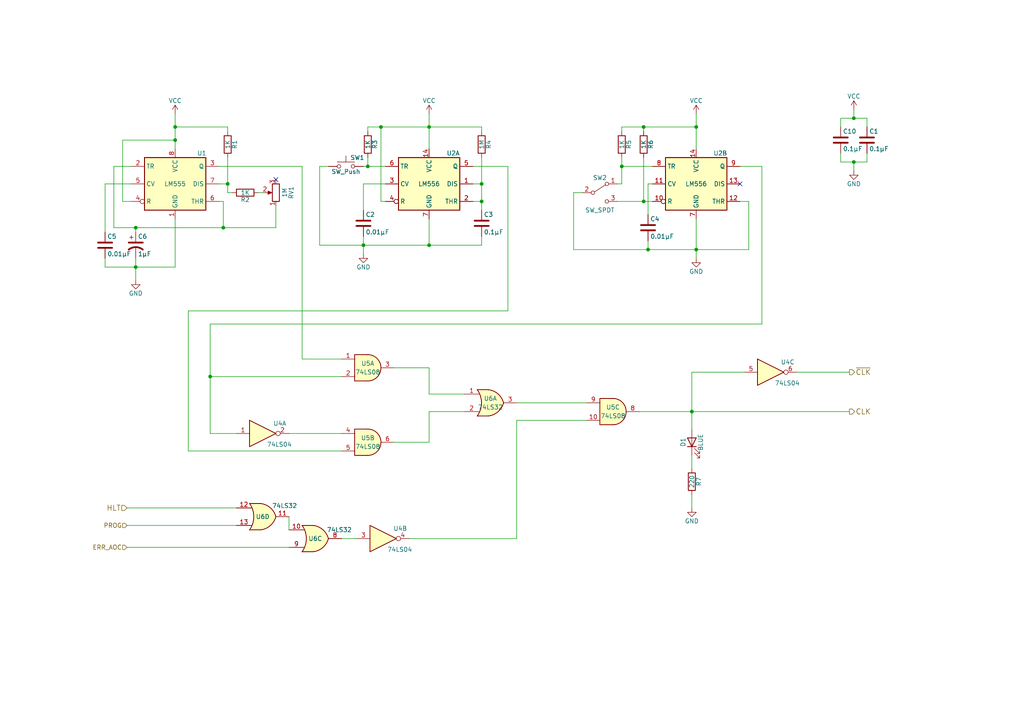
<source format=kicad_sch>
(kicad_sch (version 20211123) (generator eeschema)
  (paper "A4")
  (title_block (title "Clock Module with Error Halt"))
  (lib_symbols
    (symbol "74xx:74LS04"
      (property "Reference" "U" (at 0 1.27 0))
      (property "Value" "74LS04" (at 0 -1.27 0))
      (symbol "74LS04_1_0"
        (polyline (pts (xy -3.81 3.81) (xy -3.81 -3.81) (xy 3.81 0) (xy -3.81 3.81)) (stroke (width 0.254)) (fill (type background)))
        (pin input line (at -7.62 0 0) (length 3.81) (name "~") (number "1"))
        (pin output inverted (at 7.62 0 180) (length 3.81) (name "~") (number "2"))
      )
      (symbol "74LS04_2_0"
        (polyline (pts (xy -3.81 3.81) (xy -3.81 -3.81) (xy 3.81 0) (xy -3.81 3.81)) (stroke (width 0.254)) (fill (type background)))
        (pin input line (at -7.62 0 0) (length 3.81) (name "~") (number "3"))
        (pin output inverted (at 7.62 0 180) (length 3.81) (name "~") (number "4"))
      )
      (symbol "74LS04_3_0"
        (polyline (pts (xy -3.81 3.81) (xy -3.81 -3.81) (xy 3.81 0) (xy -3.81 3.81)) (stroke (width 0.254)) (fill (type background)))
        (pin input line (at -7.62 0 0) (length 3.81) (name "~") (number "5"))
        (pin output inverted (at 7.62 0 180) (length 3.81) (name "~") (number "6"))
      )
      (symbol "74LS04_4_0"
        (polyline (pts (xy -3.81 3.81) (xy -3.81 -3.81) (xy 3.81 0) (xy -3.81 3.81)) (stroke (width 0.254)) (fill (type background)))
        (pin output inverted (at 7.62 0 180) (length 3.81) (name "~") (number "8"))
        (pin input line (at -7.62 0 0) (length 3.81) (name "~") (number "9"))
      )
      (symbol "74LS04_5_0"
        (polyline (pts (xy -3.81 3.81) (xy -3.81 -3.81) (xy 3.81 0) (xy -3.81 3.81)) (stroke (width 0.254)) (fill (type background)))
        (pin output inverted (at 7.62 0 180) (length 3.81) (name "~") (number "10"))
        (pin input line (at -7.62 0 0) (length 3.81) (name "~") (number "11"))
      )
      (symbol "74LS04_6_0"
        (polyline (pts (xy -3.81 3.81) (xy -3.81 -3.81) (xy 3.81 0) (xy -3.81 3.81)) (stroke (width 0.254)) (fill (type background)))
        (pin output inverted (at 7.62 0 180) (length 3.81) (name "~") (number "12"))
        (pin input line (at -7.62 0 0) (length 3.81) (name "~") (number "13"))
      )
      (symbol "74LS04_7_0"
        (pin power_in line (at 0 12.7 270) (length 5.08) (name "VCC") (number "14"))
        (pin power_in line (at 0 -12.7 90) (length 5.08) (name "GND") (number "7"))
      )
      (symbol "74LS04_7_1"
        (rectangle (start -5.08 7.62) (end 5.08 -7.62) (stroke (width 0.254)) (fill (type background)))
      )
    )
    (symbol "74xx:74LS08" (pin_names (offset 1.016))
      (property "Reference" "U" (at 0 1.27 0))
      (property "Value" "74LS08" (at 0 -1.27 0))
      (symbol "74LS08_1_1"
        (arc (start 0 -3.81) (mid 3.81 0) (end 0 3.81) (stroke (width 0.254)) (fill (type background)))
        (polyline (pts (xy 0 3.81) (xy -3.81 3.81) (xy -3.81 -3.81) (xy 0 -3.81)) (stroke (width 0.254)) (fill (type background)))
        (pin input line (at -7.62 2.54 0) (length 3.81) (name "~") (number "1"))
        (pin input line (at -7.62 -2.54 0) (length 3.81) (name "~") (number "2"))
        (pin output line (at 7.62 0 180) (length 3.81) (name "~") (number "3"))
      )
      (symbol "74LS08_1_2"
        (arc (start -3.81 -3.81) (mid -2.589 0) (end -3.81 3.81) (stroke (width 0.254)))
        (arc (start -0.6096 -3.81) (mid 2.1842 -2.5851) (end 3.81 0) (stroke (width 0.254)) (fill (type background)))
        (polyline (pts (xy -3.81 -3.81) (xy -0.635 -3.81)) (stroke (width 0.254)) (fill (type background)))
        (polyline (pts (xy -3.81 3.81) (xy -0.635 3.81)) (stroke (width 0.254)) (fill (type background)))
        (polyline (pts (xy -0.635 3.81) (xy -3.81 3.81) (xy -3.81 3.81) (xy -3.556 3.4036) (xy -3.0226 2.2606) (xy -2.6924 1.0414) (xy -2.6162 -0.254) (xy -2.7686 -1.4986) (xy -3.175 -2.7178) (xy -3.81 -3.81) (xy -3.81 -3.81) (xy -0.635 -3.81)) (stroke (width -25.4)) (fill (type background)))
        (arc (start 3.81 0) (mid 2.1915 2.5936) (end -0.6096 3.81) (stroke (width 0.254)) (fill (type background)))
        (pin input inverted (at -7.62 2.54 0) (length 4.318) (name "~") (number "1"))
        (pin input inverted (at -7.62 -2.54 0) (length 4.318) (name "~") (number "2"))
        (pin output inverted (at 7.62 0 180) (length 3.81) (name "~") (number "3"))
      )
      (symbol "74LS08_2_1"
        (arc (start 0 -3.81) (mid 3.81 0) (end 0 3.81) (stroke (width 0.254)) (fill (type background)))
        (polyline (pts (xy 0 3.81) (xy -3.81 3.81) (xy -3.81 -3.81) (xy 0 -3.81)) (stroke (width 0.254)) (fill (type background)))
        (pin input line (at -7.62 2.54 0) (length 3.81) (name "~") (number "4"))
        (pin input line (at -7.62 -2.54 0) (length 3.81) (name "~") (number "5"))
        (pin output line (at 7.62 0 180) (length 3.81) (name "~") (number "6"))
      )
      (symbol "74LS08_2_2"
        (arc (start -3.81 -3.81) (mid -2.589 0) (end -3.81 3.81) (stroke (width 0.254)))
        (arc (start -0.6096 -3.81) (mid 2.1842 -2.5851) (end 3.81 0) (stroke (width 0.254)) (fill (type background)))
        (polyline (pts (xy -3.81 -3.81) (xy -0.635 -3.81)) (stroke (width 0.254)) (fill (type background)))
        (polyline (pts (xy -3.81 3.81) (xy -0.635 3.81)) (stroke (width 0.254)) (fill (type background)))
        (polyline (pts (xy -0.635 3.81) (xy -3.81 3.81) (xy -3.81 3.81) (xy -3.556 3.4036) (xy -3.0226 2.2606) (xy -2.6924 1.0414) (xy -2.6162 -0.254) (xy -2.7686 -1.4986) (xy -3.175 -2.7178) (xy -3.81 -3.81) (xy -3.81 -3.81) (xy -0.635 -3.81)) (stroke (width -25.4)) (fill (type background)))
        (arc (start 3.81 0) (mid 2.1915 2.5936) (end -0.6096 3.81) (stroke (width 0.254)) (fill (type background)))
        (pin input inverted (at -7.62 2.54 0) (length 4.318) (name "~") (number "4"))
        (pin input inverted (at -7.62 -2.54 0) (length 4.318) (name "~") (number "5"))
        (pin output inverted (at 7.62 0 180) (length 3.81) (name "~") (number "6"))
      )
      (symbol "74LS08_3_1"
        (arc (start 0 -3.81) (mid 3.81 0) (end 0 3.81) (stroke (width 0.254)) (fill (type background)))
        (polyline (pts (xy 0 3.81) (xy -3.81 3.81) (xy -3.81 -3.81) (xy 0 -3.81)) (stroke (width 0.254)) (fill (type background)))
        (pin input line (at -7.62 -2.54 0) (length 3.81) (name "~") (number "10"))
        (pin output line (at 7.62 0 180) (length 3.81) (name "~") (number "8"))
        (pin input line (at -7.62 2.54 0) (length 3.81) (name "~") (number "9"))
      )
      (symbol "74LS08_3_2"
        (arc (start -3.81 -3.81) (mid -2.589 0) (end -3.81 3.81) (stroke (width 0.254)))
        (arc (start -0.6096 -3.81) (mid 2.1842 -2.5851) (end 3.81 0) (stroke (width 0.254)) (fill (type background)))
        (polyline (pts (xy -3.81 -3.81) (xy -0.635 -3.81)) (stroke (width 0.254)) (fill (type background)))
        (polyline (pts (xy -3.81 3.81) (xy -0.635 3.81)) (stroke (width 0.254)) (fill (type background)))
        (polyline (pts (xy -0.635 3.81) (xy -3.81 3.81) (xy -3.81 3.81) (xy -3.556 3.4036) (xy -3.0226 2.2606) (xy -2.6924 1.0414) (xy -2.6162 -0.254) (xy -2.7686 -1.4986) (xy -3.175 -2.7178) (xy -3.81 -3.81) (xy -3.81 -3.81) (xy -0.635 -3.81)) (stroke (width -25.4)) (fill (type background)))
        (arc (start 3.81 0) (mid 2.1915 2.5936) (end -0.6096 3.81) (stroke (width 0.254)) (fill (type background)))
        (pin input inverted (at -7.62 -2.54 0) (length 4.318) (name "~") (number "10"))
        (pin output inverted (at 7.62 0 180) (length 3.81) (name "~") (number "8"))
        (pin input inverted (at -7.62 2.54 0) (length 4.318) (name "~") (number "9"))
      )
      (symbol "74LS08_4_1"
        (arc (start 0 -3.81) (mid 3.81 0) (end 0 3.81) (stroke (width 0.254)) (fill (type background)))
        (polyline (pts (xy 0 3.81) (xy -3.81 3.81) (xy -3.81 -3.81) (xy 0 -3.81)) (stroke (width 0.254)) (fill (type background)))
        (pin output line (at 7.62 0 180) (length 3.81) (name "~") (number "11"))
        (pin input line (at -7.62 2.54 0) (length 3.81) (name "~") (number "12"))
        (pin input line (at -7.62 -2.54 0) (length 3.81) (name "~") (number "13"))
      )
      (symbol "74LS08_4_2"
        (arc (start -3.81 -3.81) (mid -2.589 0) (end -3.81 3.81) (stroke (width 0.254)))
        (arc (start -0.6096 -3.81) (mid 2.1842 -2.5851) (end 3.81 0) (stroke (width 0.254)) (fill (type background)))
        (polyline (pts (xy -3.81 -3.81) (xy -0.635 -3.81)) (stroke (width 0.254)) (fill (type background)))
        (polyline (pts (xy -3.81 3.81) (xy -0.635 3.81)) (stroke (width 0.254)) (fill (type background)))
        (polyline (pts (xy -0.635 3.81) (xy -3.81 3.81) (xy -3.81 3.81) (xy -3.556 3.4036) (xy -3.0226 2.2606) (xy -2.6924 1.0414) (xy -2.6162 -0.254) (xy -2.7686 -1.4986) (xy -3.175 -2.7178) (xy -3.81 -3.81) (xy -3.81 -3.81) (xy -0.635 -3.81)) (stroke (width -25.4)) (fill (type background)))
        (arc (start 3.81 0) (mid 2.1915 2.5936) (end -0.6096 3.81) (stroke (width 0.254)) (fill (type background)))
        (pin output inverted (at 7.62 0 180) (length 3.81) (name "~") (number "11"))
        (pin input inverted (at -7.62 2.54 0) (length 4.318) (name "~") (number "12"))
        (pin input inverted (at -7.62 -2.54 0) (length 4.318) (name "~") (number "13"))
      )
      (symbol "74LS08_5_0"
        (pin power_in line (at 0 12.7 270) (length 5.08) (name "VCC") (number "14"))
        (pin power_in line (at 0 -12.7 90) (length 5.08) (name "GND") (number "7"))
      )
      (symbol "74LS08_5_1"
        (rectangle (start -5.08 7.62) (end 5.08 -7.62) (stroke (width 0.254)) (fill (type background)))
      )
    )
    (symbol "74xx:74LS32" (pin_names (offset 1.016))
      (property "Reference" "U" (at 0 1.27 0))
      (property "Value" "74LS32" (at 0 -1.27 0))
      (symbol "74LS32_1_1"
        (arc (start -3.81 -3.81) (mid -2.589 0) (end -3.81 3.81) (stroke (width 0.254)))
        (arc (start -0.6096 -3.81) (mid 2.1842 -2.5851) (end 3.81 0) (stroke (width 0.254)) (fill (type background)))
        (polyline (pts (xy -3.81 -3.81) (xy -0.635 -3.81)) (stroke (width 0.254)) (fill (type background)))
        (polyline (pts (xy -3.81 3.81) (xy -0.635 3.81)) (stroke (width 0.254)) (fill (type background)))
        (polyline (pts (xy -0.635 3.81) (xy -3.81 3.81) (xy -3.81 3.81) (xy -3.556 3.4036) (xy -3.0226 2.2606) (xy -2.6924 1.0414) (xy -2.6162 -0.254) (xy -2.7686 -1.4986) (xy -3.175 -2.7178) (xy -3.81 -3.81) (xy -3.81 -3.81) (xy -0.635 -3.81)) (stroke (width -25.4)) (fill (type background)))
        (arc (start 3.81 0) (mid 2.1915 2.5936) (end -0.6096 3.81) (stroke (width 0.254)) (fill (type background)))
        (pin input line (at -7.62 2.54 0) (length 4.318) (name "~") (number "1"))
        (pin input line (at -7.62 -2.54 0) (length 4.318) (name "~") (number "2"))
        (pin output line (at 7.62 0 180) (length 3.81) (name "~") (number "3"))
      )
      (symbol "74LS32_1_2"
        (arc (start 0 -3.81) (mid 3.81 0) (end 0 3.81) (stroke (width 0.254)) (fill (type background)))
        (polyline (pts (xy 0 3.81) (xy -3.81 3.81) (xy -3.81 -3.81) (xy 0 -3.81)) (stroke (width 0.254)) (fill (type background)))
        (pin input inverted (at -7.62 2.54 0) (length 3.81) (name "~") (number "1"))
        (pin input inverted (at -7.62 -2.54 0) (length 3.81) (name "~") (number "2"))
        (pin output inverted (at 7.62 0 180) (length 3.81) (name "~") (number "3"))
      )
      (symbol "74LS32_2_1"
        (arc (start -3.81 -3.81) (mid -2.589 0) (end -3.81 3.81) (stroke (width 0.254)))
        (arc (start -0.6096 -3.81) (mid 2.1842 -2.5851) (end 3.81 0) (stroke (width 0.254)) (fill (type background)))
        (polyline (pts (xy -3.81 -3.81) (xy -0.635 -3.81)) (stroke (width 0.254)) (fill (type background)))
        (polyline (pts (xy -3.81 3.81) (xy -0.635 3.81)) (stroke (width 0.254)) (fill (type background)))
        (polyline (pts (xy -0.635 3.81) (xy -3.81 3.81) (xy -3.81 3.81) (xy -3.556 3.4036) (xy -3.0226 2.2606) (xy -2.6924 1.0414) (xy -2.6162 -0.254) (xy -2.7686 -1.4986) (xy -3.175 -2.7178) (xy -3.81 -3.81) (xy -3.81 -3.81) (xy -0.635 -3.81)) (stroke (width -25.4)) (fill (type background)))
        (arc (start 3.81 0) (mid 2.1915 2.5936) (end -0.6096 3.81) (stroke (width 0.254)) (fill (type background)))
        (pin input line (at -7.62 2.54 0) (length 4.318) (name "~") (number "4"))
        (pin input line (at -7.62 -2.54 0) (length 4.318) (name "~") (number "5"))
        (pin output line (at 7.62 0 180) (length 3.81) (name "~") (number "6"))
      )
      (symbol "74LS32_2_2"
        (arc (start 0 -3.81) (mid 3.81 0) (end 0 3.81) (stroke (width 0.254)) (fill (type background)))
        (polyline (pts (xy 0 3.81) (xy -3.81 3.81) (xy -3.81 -3.81) (xy 0 -3.81)) (stroke (width 0.254)) (fill (type background)))
        (pin input inverted (at -7.62 2.54 0) (length 3.81) (name "~") (number "4"))
        (pin input inverted (at -7.62 -2.54 0) (length 3.81) (name "~") (number "5"))
        (pin output inverted (at 7.62 0 180) (length 3.81) (name "~") (number "6"))
      )
      (symbol "74LS32_3_1"
        (arc (start -3.81 -3.81) (mid -2.589 0) (end -3.81 3.81) (stroke (width 0.254)))
        (arc (start -0.6096 -3.81) (mid 2.1842 -2.5851) (end 3.81 0) (stroke (width 0.254)) (fill (type background)))
        (polyline (pts (xy -3.81 -3.81) (xy -0.635 -3.81)) (stroke (width 0.254)) (fill (type background)))
        (polyline (pts (xy -3.81 3.81) (xy -0.635 3.81)) (stroke (width 0.254)) (fill (type background)))
        (polyline (pts (xy -0.635 3.81) (xy -3.81 3.81) (xy -3.81 3.81) (xy -3.556 3.4036) (xy -3.0226 2.2606) (xy -2.6924 1.0414) (xy -2.6162 -0.254) (xy -2.7686 -1.4986) (xy -3.175 -2.7178) (xy -3.81 -3.81) (xy -3.81 -3.81) (xy -0.635 -3.81)) (stroke (width -25.4)) (fill (type background)))
        (arc (start 3.81 0) (mid 2.1915 2.5936) (end -0.6096 3.81) (stroke (width 0.254)) (fill (type background)))
        (pin input line (at -7.62 -2.54 0) (length 4.318) (name "~") (number "10"))
        (pin output line (at 7.62 0 180) (length 3.81) (name "~") (number "8"))
        (pin input line (at -7.62 2.54 0) (length 4.318) (name "~") (number "9"))
      )
      (symbol "74LS32_3_2"
        (arc (start 0 -3.81) (mid 3.81 0) (end 0 3.81) (stroke (width 0.254)) (fill (type background)))
        (polyline (pts (xy 0 3.81) (xy -3.81 3.81) (xy -3.81 -3.81) (xy 0 -3.81)) (stroke (width 0.254)) (fill (type background)))
        (pin input inverted (at -7.62 -2.54 0) (length 3.81) (name "~") (number "10"))
        (pin output inverted (at 7.62 0 180) (length 3.81) (name "~") (number "8"))
        (pin input inverted (at -7.62 2.54 0) (length 3.81) (name "~") (number "9"))
      )
      (symbol "74LS32_4_1"
        (arc (start -3.81 -3.81) (mid -2.589 0) (end -3.81 3.81) (stroke (width 0.254)))
        (arc (start -0.6096 -3.81) (mid 2.1842 -2.5851) (end 3.81 0) (stroke (width 0.254)) (fill (type background)))
        (polyline (pts (xy -3.81 -3.81) (xy -0.635 -3.81)) (stroke (width 0.254)) (fill (type background)))
        (polyline (pts (xy -3.81 3.81) (xy -0.635 3.81)) (stroke (width 0.254)) (fill (type background)))
        (polyline (pts (xy -0.635 3.81) (xy -3.81 3.81) (xy -3.81 3.81) (xy -3.556 3.4036) (xy -3.0226 2.2606) (xy -2.6924 1.0414) (xy -2.6162 -0.254) (xy -2.7686 -1.4986) (xy -3.175 -2.7178) (xy -3.81 -3.81) (xy -3.81 -3.81) (xy -0.635 -3.81)) (stroke (width -25.4)) (fill (type background)))
        (arc (start 3.81 0) (mid 2.1915 2.5936) (end -0.6096 3.81) (stroke (width 0.254)) (fill (type background)))
        (pin output line (at 7.62 0 180) (length 3.81) (name "~") (number "11"))
        (pin input line (at -7.62 2.54 0) (length 4.318) (name "~") (number "12"))
        (pin input line (at -7.62 -2.54 0) (length 4.318) (name "~") (number "13"))
      )
      (symbol "74LS32_4_2"
        (arc (start 0 -3.81) (mid 3.81 0) (end 0 3.81) (stroke (width 0.254)) (fill (type background)))
        (polyline (pts (xy 0 3.81) (xy -3.81 3.81) (xy -3.81 -3.81) (xy 0 -3.81)) (stroke (width 0.254)) (fill (type background)))
        (pin output inverted (at 7.62 0 180) (length 3.81) (name "~") (number "11"))
        (pin input inverted (at -7.62 2.54 0) (length 3.81) (name "~") (number "12"))
        (pin input inverted (at -7.62 -2.54 0) (length 3.81) (name "~") (number "13"))
      )
      (symbol "74LS32_5_0"
        (pin power_in line (at 0 12.7 270) (length 5.08) (name "VCC") (number "14"))
        (pin power_in line (at 0 -12.7 90) (length 5.08) (name "GND") (number "7"))
      )
      (symbol "74LS32_5_1"
        (rectangle (start -5.08 7.62) (end 5.08 -7.62) (stroke (width 0.254)) (fill (type background)))
      )
    )
    (symbol "Device:C" (pin_numbers hide) (pin_names (offset 0.254))
      (property "Reference" "C" (at 0.635 2.54 0))
      (property "Value" "C" (at 0.635 -2.54 0))
      (symbol "C_0_1"
        (polyline (pts (xy -2.032 -0.762) (xy 2.032 -0.762)) (stroke (width 0.508)))
        (polyline (pts (xy -2.032 0.762) (xy 2.032 0.762)) (stroke (width 0.508)))
      )
      (symbol "C_1_1"
        (pin passive line (at 0 3.81 270) (length 2.794) (name "~") (number "1"))
        (pin passive line (at 0 -3.81 90) (length 2.794) (name "~") (number "2"))
      )
    )
    (symbol "Device:C_Polarized_US" (pin_numbers hide) (pin_names (offset 0.254) hide)
      (property "Reference" "C" (at 0.635 2.54 0))
      (property "Value" "C_Polarized_US" (at 0.635 -2.54 0))
      (symbol "C_Polarized_US_0_1"
        (polyline (pts (xy -2.032 0.762) (xy 2.032 0.762)) (stroke (width 0.508)))
        (polyline (pts (xy -1.778 2.286) (xy -0.762 2.286)))
        (polyline (pts (xy -1.27 1.778) (xy -1.27 2.794)))
        (arc (start 2.032 -1.27) (mid 0 -0.5572) (end -2.032 -1.27) (stroke (width 0.508)))
      )
      (symbol "C_Polarized_US_1_1"
        (pin passive line (at 0 3.81 270) (length 2.794) (name "~") (number "1"))
        (pin passive line (at 0 -3.81 90) (length 3.302) (name "~") (number "2"))
      )
    )
    (symbol "Device:LED" (pin_numbers hide) (pin_names (offset 1.016) hide)
      (property "Reference" "D" (at 0 2.54 0))
      (property "Value" "LED" (at 0 -2.54 0))
      (symbol "LED_0_1"
        (polyline (pts (xy -1.27 -1.27) (xy -1.27 1.27)) (stroke (width 0.254)))
        (polyline (pts (xy -1.27 0) (xy 1.27 0)))
        (polyline (pts (xy 1.27 -1.27) (xy 1.27 1.27) (xy -1.27 0) (xy 1.27 -1.27)) (stroke (width 0.254)))
        (polyline (pts (xy -3.048 -0.762) (xy -4.572 -2.286) (xy -3.81 -2.286) (xy -4.572 -2.286) (xy -4.572 -1.524)))
        (polyline (pts (xy -1.778 -0.762) (xy -3.302 -2.286) (xy -2.54 -2.286) (xy -3.302 -2.286) (xy -3.302 -1.524)))
      )
      (symbol "LED_1_1"
        (pin passive line (at -3.81 0 0) (length 2.54) (name "K") (number "1"))
        (pin passive line (at 3.81 0 180) (length 2.54) (name "A") (number "2"))
      )
    )
    (symbol "Device:R" (pin_numbers hide) (pin_names (offset 0))
      (property "Reference" "R" (at 2.032 0 90))
      (property "Value" "R" (at 0 0 90))
      (symbol "R_0_1"
        (rectangle (start -1.016 -2.54) (end 1.016 2.54) (stroke (width 0.254)))
      )
      (symbol "R_1_1"
        (pin passive line (at 0 3.81 270) (length 1.27) (name "~") (number "1"))
        (pin passive line (at 0 -3.81 90) (length 1.27) (name "~") (number "2"))
      )
    )
    (symbol "Device:R_Potentiometer" (pin_names (offset 1.016) hide)
      (property "Reference" "RV" (at -4.445 0 90))
      (property "Value" "R_Potentiometer" (at -2.54 0 90))
      (symbol "R_Potentiometer_0_1"
        (polyline (pts (xy 2.54 0) (xy 1.524 0)))
        (polyline (pts (xy 1.143 0) (xy 2.286 0.508) (xy 2.286 -0.508) (xy 1.143 0)) (fill (type outline)))
        (rectangle (start 1.016 2.54) (end -1.016 -2.54) (stroke (width 0.254)))
      )
      (symbol "R_Potentiometer_1_1"
        (pin passive line (at 0 3.81 270) (length 1.27) (name "1") (number "1"))
        (pin passive line (at 3.81 0 180) (length 1.27) (name "2") (number "2"))
        (pin passive line (at 0 -3.81 90) (length 1.27) (name "3") (number "3"))
      )
    )
    (symbol "Switch:SW_Push" (pin_numbers hide) (pin_names (offset 1.016) hide)
      (property "Reference" "SW" (at 1.27 2.54 0))
      (property "Value" "SW_Push" (at 0 -1.524 0))
      (symbol "SW_Push_0_1"
        (circle (center -2.032 0) (radius 0.508))
        (polyline (pts (xy 0 1.27) (xy 0 3.048)))
        (polyline (pts (xy 2.54 1.27) (xy -2.54 1.27)))
        (circle (center 2.032 0) (radius 0.508))
        (pin passive line (at -5.08 0 0) (length 2.54) (name "1") (number "1"))
        (pin passive line (at 5.08 0 180) (length 2.54) (name "2") (number "2"))
      )
    )
    (symbol "Switch:SW_SPDT" (pin_names (offset 0) hide)
      (property "Reference" "SW" (at 0 4.318 0))
      (property "Value" "SW_SPDT" (at 0 -5.08 0))
      (symbol "SW_SPDT_0_0"
        (circle (center -2.032 0) (radius 0.508))
        (circle (center 2.032 -2.54) (radius 0.508))
      )
      (symbol "SW_SPDT_0_1"
        (polyline (pts (xy -1.524 0.254) (xy 1.651 2.286)))
        (circle (center 2.032 2.54) (radius 0.508))
      )
      (symbol "SW_SPDT_1_1"
        (pin passive line (at 5.08 2.54 180) (length 2.54) (name "A") (number "1"))
        (pin passive line (at -5.08 0 0) (length 2.54) (name "B") (number "2"))
        (pin passive line (at 5.08 -2.54 180) (length 2.54) (name "C") (number "3"))
      )
    )
    (symbol "Timer:LM555xN"
      (property "Reference" "U" (at -10.16 8.89 0))
      (property "Value" "LM555xN" (at 2.54 8.89 0))
      (symbol "LM555xN_0_0"
        (pin power_in line (at 0 -10.16 90) (length 2.54) (name "GND") (number "1"))
        (pin power_in line (at 0 10.16 270) (length 2.54) (name "VCC") (number "8"))
      )
      (symbol "LM555xN_0_1"
        (rectangle (start -8.89 -7.62) (end 8.89 7.62) (stroke (width 0.254)) (fill (type background)))
        (rectangle (start -8.89 -7.62) (end 8.89 7.62) (stroke (width 0.254)) (fill (type background)))
      )
      (symbol "LM555xN_1_1"
        (pin input line (at -12.7 5.08 0) (length 3.81) (name "TR") (number "2"))
        (pin output line (at 12.7 5.08 180) (length 3.81) (name "Q") (number "3"))
        (pin input inverted (at -12.7 -5.08 0) (length 3.81) (name "R") (number "4"))
        (pin input line (at -12.7 0 0) (length 3.81) (name "CV") (number "5"))
        (pin input line (at 12.7 -5.08 180) (length 3.81) (name "THR") (number "6"))
        (pin input line (at 12.7 0 180) (length 3.81) (name "DIS") (number "7"))
      )
    )
    (symbol "Timer:LM556"
      (property "Reference" "U" (at -10.16 8.89 0))
      (property "Value" "LM556" (at -10.16 -8.89 0))
      (symbol "LM556_0_0"
        (pin power_in line (at 0 10.16 270) (length 2.54) (name "VCC") (number "14"))
        (pin power_in line (at 0 -10.16 90) (length 2.54) (name "GND") (number "7"))
      )
      (symbol "LM556_0_1"
        (rectangle (start -8.89 -7.62) (end 8.89 7.62) (stroke (width 0.254)) (fill (type background)))
        (rectangle (start -8.89 -7.62) (end 8.89 7.62) (stroke (width 0.254)) (fill (type background)))
      )
      (symbol "LM556_1_1"
        (pin input line (at 12.7 0 180) (length 3.81) (name "DIS") (number "1"))
        (pin input line (at 12.7 -5.08 180) (length 3.81) (name "THR") (number "2"))
        (pin input line (at -12.7 0 0) (length 3.81) (name "CV") (number "3"))
        (pin input inverted (at -12.7 -5.08 0) (length 3.81) (name "R") (number "4"))
        (pin output line (at 12.7 5.08 180) (length 3.81) (name "Q") (number "5"))
        (pin input line (at -12.7 5.08 0) (length 3.81) (name "TR") (number "6"))
      )
      (symbol "LM556_2_1"
        (pin input inverted (at -12.7 -5.08 0) (length 3.81) (name "R") (number "10"))
        (pin input line (at -12.7 0 0) (length 3.81) (name "CV") (number "11"))
        (pin input line (at 12.7 -5.08 180) (length 3.81) (name "THR") (number "12"))
        (pin input line (at 12.7 0 180) (length 3.81) (name "DIS") (number "13"))
        (pin input line (at -12.7 5.08 0) (length 3.81) (name "TR") (number "8"))
        (pin output line (at 12.7 5.08 180) (length 3.81) (name "Q") (number "9"))
      )
    )
    (symbol "power:GND" (power) (pin_names (offset 0))
      (property "Value" "GND" (at 0 -3.81 0))
      (symbol "GND_0_1"
        (polyline (pts (xy 0 0) (xy 0 -1.27) (xy 1.27 -1.27) (xy 0 -2.54) (xy -1.27 -1.27) (xy 0 -1.27)))
      )
      (symbol "GND_1_1"
        (pin power_in line (at 0 0 270) (length 0) hide (name "GND") (number "1"))
      )
    )
    (symbol "power:VCC" (power) (pin_names (offset 0))
      (property "Value" "VCC" (at 0 3.81 0))
      (symbol "VCC_0_1"
        (polyline (pts (xy -0.762 1.27) (xy 0 2.54)))
        (polyline (pts (xy 0 0) (xy 0 2.54)))
        (polyline (pts (xy 0 2.54) (xy 0.762 1.27)))
      )
      (symbol "VCC_1_1"
        (pin power_in line (at 0 0 90) (length 0) hide (name "VCC") (number "1"))
      )
    )
  )
  (junction (at 50.8 36.83))
  (junction (at 186.69 36.83))
  (junction (at 180.34 48.26))
  (junction (at 201.93 36.83))
  (junction (at 106.68 48.26))
  (junction (at 124.46 71.12))
  (junction (at 39.37 66.04))
  (junction (at 201.93 72.39))
  (junction (at 186.69 58.42))
  (junction (at 50.8 40.64))
  (junction (at 66.04 53.34))
  (junction (at 39.37 77.47))
  (junction (at 139.7 58.42))
  (junction (at 110.49 36.83))
  (junction (at 187.96 72.39))
  (junction (at 64.77 66.04))
  (junction (at 200.66 119.38))
  (junction (at 247.65 34.29))
  (junction (at 139.7 53.34))
  (junction (at 105.41 71.12))
  (junction (at 60.96 109.22))
  (junction (at 124.46 36.83))
  (junction (at 247.65 46.99))
  (no_connect (at 80.01 52.07))
  (no_connect (at 214.63 53.34))
  (wire (pts (xy 243.84 34.29) (xy 247.65 34.29)))
  (wire (pts (xy 33.02 48.26) (xy 33.02 66.04)))
  (wire (pts (xy 149.86 116.84) (xy 170.18 116.84)))
  (wire (pts (xy 147.32 90.17) (xy 54.61 90.17)))
  (wire (pts (xy 201.93 72.39) (xy 201.93 74.93)))
  (wire (pts (xy 50.8 40.64) (xy 50.8 43.18)))
  (wire (pts (xy 95.25 48.26) (xy 92.71 48.26)))
  (wire (pts (xy 139.7 45.72) (xy 139.7 53.34)))
  (wire (pts (xy 220.98 48.26) (xy 214.63 48.26)))
  (wire (pts (xy 124.46 36.83) (xy 124.46 43.18)))
  (wire (pts (xy 124.46 36.83) (xy 139.7 36.83)))
  (wire (pts (xy 180.34 48.26) (xy 189.23 48.26)))
  (wire (pts (xy 179.07 58.42) (xy 186.69 58.42)))
  (wire (pts (xy 200.66 147.32) (xy 200.66 143.51)))
  (wire (pts (xy 217.17 72.39) (xy 217.17 58.42)))
  (wire (pts (xy 200.66 107.95) (xy 215.9 107.95)))
  (wire (pts (xy 87.63 48.26) (xy 87.63 104.14)))
  (wire (pts (xy 231.14 107.95) (xy 246.38 107.95)))
  (wire (pts (xy 114.3 128.27) (xy 124.46 128.27)))
  (wire (pts (xy 201.93 63.5) (xy 201.93 72.39)))
  (wire (pts (xy 39.37 66.04) (xy 64.77 66.04)))
  (wire (pts (xy 166.37 55.88) (xy 166.37 72.39)))
  (wire (pts (xy 38.1 53.34) (xy 30.48 53.34)))
  (wire (pts (xy 147.32 48.26) (xy 147.32 90.17)))
  (wire (pts (xy 139.7 58.42) (xy 139.7 60.96)))
  (wire (pts (xy 66.04 53.34) (xy 66.04 55.88)))
  (wire (pts (xy 111.76 53.34) (xy 105.41 53.34)))
  (wire (pts (xy 54.61 90.17) (xy 54.61 130.81)))
  (wire (pts (xy 118.745 156.21) (xy 149.86 156.21)))
  (wire (pts (xy 139.7 53.34) (xy 139.7 58.42)))
  (wire (pts (xy 74.93 55.88) (xy 76.2 55.88)))
  (wire (pts (xy 201.93 72.39) (xy 217.17 72.39)))
  (wire (pts (xy 220.98 93.98) (xy 220.98 48.26)))
  (wire (pts (xy 185.42 119.38) (xy 200.66 119.38)))
  (wire (pts (xy 66.04 45.72) (xy 66.04 53.34)))
  (wire (pts (xy 137.16 48.26) (xy 147.32 48.26)))
  (wire (pts (xy 33.02 66.04) (xy 39.37 66.04)))
  (wire (pts (xy 139.7 58.42) (xy 137.16 58.42)))
  (wire (pts (xy 30.48 77.47) (xy 39.37 77.47)))
  (wire (pts (xy 247.65 49.53) (xy 247.65 46.99)))
  (wire (pts (xy 105.41 71.12) (xy 124.46 71.12)))
  (wire (pts (xy 124.46 119.38) (xy 134.62 119.38)))
  (wire (pts (xy 60.96 125.73) (xy 68.58 125.73)))
  (wire (pts (xy 180.34 36.83) (xy 186.69 36.83)))
  (wire (pts (xy 200.66 107.95) (xy 200.66 119.38)))
  (wire (pts (xy 64.77 58.42) (xy 63.5 58.42)))
  (wire (pts (xy 180.34 38.1) (xy 180.34 36.83)))
  (wire (pts (xy 186.69 58.42) (xy 189.23 58.42)))
  (wire (pts (xy 247.65 46.99) (xy 251.46 46.99)))
  (wire (pts (xy 110.49 58.42) (xy 110.49 36.83)))
  (wire (pts (xy 166.37 72.39) (xy 187.96 72.39)))
  (wire (pts (xy 105.41 53.34) (xy 105.41 60.96)))
  (wire (pts (xy 106.68 36.83) (xy 110.49 36.83)))
  (wire (pts (xy 60.96 93.98) (xy 60.96 109.22)))
  (wire (pts (xy 38.1 58.42) (xy 35.56 58.42)))
  (wire (pts (xy 186.69 36.83) (xy 201.93 36.83)))
  (wire (pts (xy 139.7 71.12) (xy 139.7 68.58)))
  (wire (pts (xy 186.69 38.1) (xy 186.69 36.83)))
  (wire (pts (xy 105.41 71.12) (xy 105.41 73.66)))
  (wire (pts (xy 124.46 119.38) (xy 124.46 128.27)))
  (wire (pts (xy 124.46 106.68) (xy 124.46 114.3)))
  (wire (pts (xy 243.84 36.83) (xy 243.84 34.29)))
  (wire (pts (xy 36.83 158.75) (xy 83.82 158.75)))
  (wire (pts (xy 149.86 156.21) (xy 149.86 121.92)))
  (wire (pts (xy 187.96 53.34) (xy 187.96 62.23)))
  (wire (pts (xy 110.49 36.83) (xy 124.46 36.83)))
  (wire (pts (xy 187.96 72.39) (xy 201.93 72.39)))
  (wire (pts (xy 39.37 77.47) (xy 50.8 77.47)))
  (wire (pts (xy 243.84 46.99) (xy 247.65 46.99)))
  (wire (pts (xy 168.91 55.88) (xy 166.37 55.88)))
  (wire (pts (xy 106.68 36.83) (xy 106.68 38.1)))
  (wire (pts (xy 54.61 130.81) (xy 99.06 130.81)))
  (wire (pts (xy 106.68 48.26) (xy 111.76 48.26)))
  (wire (pts (xy 105.41 48.26) (xy 106.68 48.26)))
  (wire (pts (xy 200.66 119.38) (xy 246.38 119.38)))
  (wire (pts (xy 39.37 77.47) (xy 39.37 81.28)))
  (wire (pts (xy 38.1 48.26) (xy 33.02 48.26)))
  (wire (pts (xy 66.04 55.88) (xy 67.31 55.88)))
  (wire (pts (xy 36.83 152.4) (xy 68.58 152.4)))
  (wire (pts (xy 36.83 147.32) (xy 68.58 147.32)))
  (wire (pts (xy 66.04 36.83) (xy 50.8 36.83)))
  (wire (pts (xy 180.34 48.26) (xy 180.34 53.34)))
  (wire (pts (xy 105.41 68.58) (xy 105.41 71.12)))
  (wire (pts (xy 201.93 33.02) (xy 201.93 36.83)))
  (wire (pts (xy 217.17 58.42) (xy 214.63 58.42)))
  (wire (pts (xy 187.96 69.85) (xy 187.96 72.39)))
  (wire (pts (xy 60.96 93.98) (xy 220.98 93.98)))
  (wire (pts (xy 30.48 74.93) (xy 30.48 77.47)))
  (wire (pts (xy 50.8 77.47) (xy 50.8 63.5)))
  (wire (pts (xy 83.82 125.73) (xy 99.06 125.73)))
  (wire (pts (xy 137.16 53.34) (xy 139.7 53.34)))
  (wire (pts (xy 186.69 45.72) (xy 186.69 58.42)))
  (wire (pts (xy 243.84 44.45) (xy 243.84 46.99)))
  (wire (pts (xy 124.46 71.12) (xy 139.7 71.12)))
  (wire (pts (xy 180.34 53.34) (xy 179.07 53.34)))
  (wire (pts (xy 251.46 44.45) (xy 251.46 46.99)))
  (wire (pts (xy 92.71 48.26) (xy 92.71 71.12)))
  (wire (pts (xy 124.46 114.3) (xy 134.62 114.3)))
  (wire (pts (xy 39.37 66.04) (xy 39.37 67.31)))
  (wire (pts (xy 35.56 58.42) (xy 35.56 40.64)))
  (wire (pts (xy 114.3 106.68) (xy 124.46 106.68)))
  (wire (pts (xy 83.82 149.86) (xy 83.82 153.67)))
  (wire (pts (xy 139.7 36.83) (xy 139.7 38.1)))
  (wire (pts (xy 35.56 40.64) (xy 50.8 40.64)))
  (wire (pts (xy 50.8 33.02) (xy 50.8 36.83)))
  (wire (pts (xy 247.65 34.29) (xy 251.46 34.29)))
  (wire (pts (xy 66.04 38.1) (xy 66.04 36.83)))
  (wire (pts (xy 110.49 58.42) (xy 111.76 58.42)))
  (wire (pts (xy 50.8 36.83) (xy 50.8 40.64)))
  (wire (pts (xy 247.65 34.29) (xy 247.65 31.75)))
  (wire (pts (xy 80.01 66.04) (xy 80.01 59.69)))
  (wire (pts (xy 149.86 121.92) (xy 170.18 121.92)))
  (wire (pts (xy 201.93 36.83) (xy 201.93 43.18)))
  (wire (pts (xy 30.48 53.34) (xy 30.48 67.31)))
  (wire (pts (xy 124.46 71.12) (xy 124.46 63.5)))
  (wire (pts (xy 64.77 66.04) (xy 64.77 58.42)))
  (wire (pts (xy 60.96 109.22) (xy 99.06 109.22)))
  (wire (pts (xy 200.66 132.08) (xy 200.66 135.89)))
  (wire (pts (xy 200.66 119.38) (xy 200.66 124.46)))
  (wire (pts (xy 99.06 156.21) (xy 103.505 156.21)))
  (wire (pts (xy 63.5 53.34) (xy 66.04 53.34)))
  (wire (pts (xy 63.5 48.26) (xy 87.63 48.26)))
  (wire (pts (xy 64.77 66.04) (xy 80.01 66.04)))
  (wire (pts (xy 60.96 109.22) (xy 60.96 125.73)))
  (wire (pts (xy 124.46 33.02) (xy 124.46 36.83)))
  (wire (pts (xy 87.63 104.14) (xy 99.06 104.14)))
  (wire (pts (xy 92.71 71.12) (xy 105.41 71.12)))
  (wire (pts (xy 189.23 53.34) (xy 187.96 53.34)))
  (wire (pts (xy 39.37 74.93) (xy 39.37 77.47)))
  (wire (pts (xy 251.46 34.29) (xy 251.46 36.83)))
  (wire (pts (xy 106.68 45.72) (xy 106.68 48.26)))
  (wire (pts (xy 180.34 45.72) (xy 180.34 48.26)))
  (hierarchical_label "HLT" (shape input) (at 36.83 147.32 180) (effects (font (size 1.524 1.524))))
  (hierarchical_label "ERR_AOC" (shape input) (at 36.83 158.75 180))
  (hierarchical_label "PROG" (shape input) (at 36.83 152.4 180))
  (hierarchical_label "CLK" (shape output) (at 246.38 119.38 0) (effects (font (size 1.524 1.524))))
  (hierarchical_label "~{CLK}" (shape output) (at 246.38 107.95 0) (effects (font (size 1.524 1.524))))
  (symbol (lib_id "Timer:LM555xN") (at 50.8 53.34 0) (unit 1)
    (property "Reference" "U1" (at 57.15 44.45 0) (effects (justify left)))
    (property "Value" "LM555" (at 47.625 53.34 0) (effects (justify left)))
    (property "Footprint" "Package_DIP:DIP-8_W7.62mm" (effects hide))
  )
  (symbol (lib_id "Device:R") (at 66.04 41.91 0) (unit 1)
    (property "Reference" "R1" (at 68.072 41.91 90))
    (property "Value" "1K" (at 66.04 41.91 90))
    (property "Footprint" "Resistor_THT:R_Axial_DIN0207_L6.3mm_D2.5mm_P7.62mm_Horizontal" (effects hide))
  )
  (symbol (lib_id "Device:R") (at 106.68 41.91 0) (unit 1)
    (property "Reference" "R3" (at 108.712 41.91 90))
    (property "Value" "1K" (at 106.68 41.91 90))
    (property "Footprint" "Resistor_THT:R_Axial_DIN0207_L6.3mm_D2.5mm_P7.62mm_Horizontal" (effects hide))
  )
  (symbol (lib_id "Device:R") (at 186.69 41.91 0) (unit 1)
    (property "Reference" "R6" (at 188.722 41.91 90))
    (property "Value" "1K" (at 186.69 41.91 90))
    (property "Footprint" "Resistor_THT:R_Axial_DIN0207_L6.3mm_D2.5mm_P7.62mm_Horizontal" (effects hide))
  )
  (symbol (lib_id "Device:R") (at 180.34 41.91 0) (unit 1)
    (property "Reference" "R5" (at 182.372 41.91 90))
    (property "Value" "1K" (at 180.34 41.91 90))
    (property "Footprint" "Resistor_THT:R_Axial_DIN0207_L6.3mm_D2.5mm_P7.62mm_Horizontal" (effects hide))
  )
  (symbol (lib_id "Device:R") (at 139.7 41.91 0) (unit 1)
    (property "Reference" "R4" (at 141.732 41.91 90))
    (property "Value" "1M" (at 139.7 41.91 90))
    (property "Footprint" "Resistor_THT:R_Axial_DIN0207_L6.3mm_D2.5mm_P7.62mm_Horizontal" (effects hide))
  )
  (symbol (lib_id "Device:R_Potentiometer") (at 80.01 55.88 180) (unit 1)
    (property "Reference" "RV1" (at 84.455 55.88 90))
    (property "Value" "1M" (at 82.55 55.88 90))
    (property "Footprint" "8bit-custom-footprints:Potentiometer-5.5mm" (effects hide))
  )
  (symbol (lib_id "Device:C") (at 30.48 71.12 0) (unit 1)
    (property "Reference" "C5" (at 31.115 68.58 0) (effects (justify left)))
    (property "Value" "0.01µF" (at 31.115 73.66 0) (effects (justify left)))
    (property "Footprint" "Capacitor_THT:C_Disc_D4.3mm_W1.9mm_P5.00mm" (effects hide))
  )
  (symbol (lib_id "Device:C") (at 105.41 64.77 0) (unit 1)
    (property "Reference" "C2" (at 106.045 62.23 0) (effects (justify left)))
    (property "Value" "0.01µF" (at 106.045 67.31 0) (effects (justify left)))
    (property "Footprint" "Capacitor_THT:C_Disc_D4.3mm_W1.9mm_P5.00mm" (effects hide))
  )
  (symbol (lib_id "Device:C") (at 187.96 66.04 0) (unit 1)
    (property "Reference" "C4" (at 188.595 63.5 0) (effects (justify left)))
    (property "Value" "0.01µF" (at 188.595 68.58 0) (effects (justify left)))
    (property "Footprint" "Capacitor_THT:C_Disc_D4.3mm_W1.9mm_P5.00mm" (effects hide))
  )
  (symbol (lib_id "Device:C") (at 139.7 64.77 0) (unit 1)
    (property "Reference" "C3" (at 140.335 62.23 0) (effects (justify left)))
    (property "Value" "0.1µF" (at 140.335 67.31 0) (effects (justify left)))
    (property "Footprint" "Capacitor_THT:C_Disc_D4.3mm_W1.9mm_P5.00mm" (effects hide))
  )
  (symbol (lib_id "Device:C") (at 251.46 40.64 0) (unit 1)
    (property "Reference" "C1" (at 252.095 38.1 0) (effects (justify left)))
    (property "Value" "0.1µF" (at 252.095 43.18 0) (effects (justify left)))
    (property "Footprint" "Capacitor_THT:C_Disc_D4.3mm_W1.9mm_P5.00mm" (effects hide))
  )
  (symbol (lib_id "Device:C_Polarized_US") (at 39.37 71.12 0) (unit 1)
    (property "Reference" "C6" (at 40.005 68.58 0) (effects (justify left)))
    (property "Value" "1µF" (at 40.005 73.66 0) (effects (justify left)))
    (property "Footprint" "Capacitor_THT:CP_Radial_D5.0mm_P2.00mm" (effects hide))
  )
  (symbol (lib_id "74xx:74LS04") (at 76.2 125.73 0) (unit 1)
    (property "Reference" "U4" (at 81.153 122.809 0))
    (property "Value" "74LS04" (at 81.026 128.905 0))
    (property "Footprint" "Package_DIP:DIP-14_W7.62mm" (effects hide))
  )
  (symbol (lib_id "74xx:74LS08") (at 106.68 106.68 0) (unit 1)
    (property "Reference" "U5" (at 106.68 105.41 0))
    (property "Value" "74LS08" (at 106.68 107.95 0))
    (property "Footprint" "Package_DIP:DIP-14_W7.62mm" (effects hide))
  )
  (symbol (lib_id "74xx:74LS32") (at 142.24 116.84 0) (unit 1)
    (property "Reference" "U6" (at 142.24 115.57 0))
    (property "Value" "74LS32" (at 142.24 118.11 0))
    (property "Footprint" "Package_DIP:DIP-14_W7.62mm" (effects hide))
  )
  (symbol (lib_id "Switch:SW_SPDT") (at 173.99 55.88 0) (unit 1)
    (property "Reference" "SW2" (at 173.99 51.562 0))
    (property "Value" "SW_SPDT" (at 173.99 60.96 0))
    (property "Footprint" "8bit-custom-footprints:DPDT-pushbutton" (effects hide))
  )
  (symbol (lib_id "Switch:SW_Push") (at 100.33 48.26 0) (unit 1)
    (property "Reference" "SW1" (at 101.6 45.72 0) (effects (justify left)))
    (property "Value" "SW_Push" (at 100.33 49.784 0))
    (property "Footprint" "Button_Switch_THT:SW_PUSH_6mm_H5mm" (effects hide))
  )
  (symbol (lib_id "Device:LED") (at 200.66 128.27 90) (unit 1)
    (property "Reference" "D1" (at 198.12 128.27 0))
    (property "Value" "BLUE" (at 203.2 128.27 0))
    (property "Footprint" "LED_THT:LED_D5.0mm" (effects hide))
  )
  (symbol (lib_id "Device:R") (at 200.66 139.7 0) (unit 1)
    (property "Reference" "R7" (at 202.692 139.7 90))
    (property "Value" "220" (at 200.66 139.7 90))
    (property "Footprint" "Resistor_THT:R_Axial_DIN0207_L6.3mm_D2.5mm_P7.62mm_Horizontal" (effects hide))
  )
  (symbol (lib_id "power:GND") (at 39.37 81.28 0) (unit 1)
    (property "Reference" "#PWR05" (effects hide))
    (property "Value" "GND" (at 39.37 85.09 0))
  )
  (symbol (lib_id "power:GND") (at 105.41 73.66 0) (unit 1)
    (property "Reference" "#PWR06" (effects hide))
    (property "Value" "GND" (at 105.41 77.47 0))
  )
  (symbol (lib_id "power:GND") (at 201.93 74.93 0) (unit 1)
    (property "Reference" "#PWR07" (effects hide))
    (property "Value" "GND" (at 201.93 78.74 0))
  )
  (symbol (lib_id "74xx:74LS08") (at 106.68 128.27 0) (unit 2)
    (property "Reference" "U5" (at 106.68 127 0))
    (property "Value" "74LS08" (at 106.68 129.54 0))
    (property "Footprint" "Package_DIP:DIP-14_W7.62mm" (effects hide))
  )
  (symbol (lib_id "74xx:74LS08") (at 177.8 119.38 0) (unit 3)
    (property "Reference" "U5" (at 177.8 118.11 0))
    (property "Value" "74LS08" (at 177.8 120.65 0))
    (property "Footprint" "Package_DIP:DIP-14_W7.62mm" (effects hide))
  )
  (symbol (lib_id "power:GND") (at 200.66 147.32 0) (unit 1)
    (property "Reference" "#PWR08" (effects hide))
    (property "Value" "GND" (at 200.66 151.13 0))
  )
  (symbol (lib_id "power:GND") (at 247.65 49.53 0) (unit 1)
    (property "Reference" "#PWR09" (effects hide))
    (property "Value" "GND" (at 247.65 53.34 0))
  )
  (symbol (lib_id "74xx:74LS04") (at 111.125 156.21 0) (unit 2)
    (property "Reference" "U4" (at 116.078 153.289 0))
    (property "Value" "74LS04" (at 115.951 159.385 0))
    (property "Footprint" "Package_DIP:DIP-14_W7.62mm" (effects hide))
  )
  (symbol (lib_id "74xx:74LS04") (at 223.52 107.95 0) (unit 3)
    (property "Reference" "U4" (at 228.473 105.029 0))
    (property "Value" "74LS04" (at 228.346 111.125 0))
    (property "Footprint" "Package_DIP:DIP-14_W7.62mm" (effects hide))
  )
  (symbol (lib_id "74xx:74LS32") (at 76.2 149.86 0) (unit 4)
    (property "Reference" "U6" (at 76.2 149.86 0))
    (property "Value" "74LS32" (at 82.55 146.685 0))
    (property "Footprint" "Package_DIP:DIP-14_W7.62mm" (effects hide))
  )
  (symbol (lib_id "74xx:74LS32") (at 91.44 156.21 0) (mirror x) (unit 3)
    (property "Reference" "U6" (at 91.44 156.21 0))
    (property "Value" "74LS32" (at 98.425 153.67 0))
    (property "Footprint" "Package_DIP:DIP-14_W7.62mm" (effects hide))
  )
  (symbol (lib_id "power:VCC") (at 50.8 33.02 0) (unit 1)
    (property "Reference" "#PWR010" (effects hide))
    (property "Value" "VCC" (at 50.8 29.21 0))
  )
  (symbol (lib_id "power:VCC") (at 124.46 33.02 0) (unit 1)
    (property "Reference" "#PWR011" (effects hide))
    (property "Value" "VCC" (at 124.46 29.21 0))
  )
  (symbol (lib_id "power:VCC") (at 201.93 33.02 0) (unit 1)
    (property "Reference" "#PWR012" (effects hide))
    (property "Value" "VCC" (at 201.93 29.21 0))
  )
  (symbol (lib_id "power:VCC") (at 247.65 31.75 0) (unit 1)
    (property "Reference" "#PWR013" (effects hide))
    (property "Value" "VCC" (at 247.65 27.94 0))
  )
  (symbol (lib_id "Device:R") (at 71.12 55.88 270) (unit 1)
    (property "Reference" "R2" (at 71.12 57.912 90))
    (property "Value" "1K" (at 71.12 55.88 90))
    (property "Footprint" "Resistor_THT:R_Axial_DIN0207_L6.3mm_D2.5mm_P7.62mm_Horizontal" (effects hide))
  )
  (symbol (lib_id "Device:C") (at 243.84 40.64 0) (unit 1)
    (property "Reference" "C10" (at 244.475 38.1 0) (effects (justify left)))
    (property "Value" "0.1µF" (at 244.475 43.18 0) (effects (justify left)))
    (property "Footprint" "Capacitor_THT:C_Disc_D4.3mm_W1.9mm_P5.00mm" (effects hide))
  )
  (symbol (lib_id "Timer:LM556") (at 124.46 53.34 0) (unit 1)
    (property "Reference" "U2" (at 131.445 44.45 0))
    (property "Value" "LM556" (at 124.46 53.34 0))
    (property "Datasheet" "http://www.ti.com/lit/ds/symlink/lm556.pdf" (effects hide))
  )
  (symbol (lib_id "Timer:LM556") (at 201.93 53.34 0) (unit 2)
    (property "Reference" "U2" (at 208.915 44.45 0))
    (property "Value" "LM556" (at 201.93 53.34 0))
    (property "Datasheet" "http://www.ti.com/lit/ds/symlink/lm556.pdf" (effects hide))
  )
)
</source>
